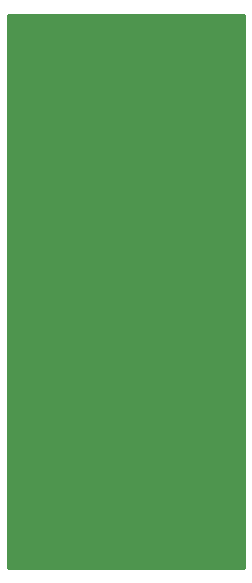
<source format=gm1>
G04 #@! TF.FileFunction,Profile,NP*
%FSLAX46Y46*%
G04 Gerber Fmt 4.6, Leading zero omitted, Abs format (unit mm)*
G04 Created by KiCad (PCBNEW 4.0.4-stable) date 12/05/16 22:10:46*
%MOMM*%
%LPD*%
G01*
G04 APERTURE LIST*
%ADD10C,0.150000*%
%ADD11C,0.254000*%
G04 APERTURE END LIST*
D10*
D11*
G36*
X20173000Y-46873000D02*
X127000Y-46873000D01*
X127000Y-127000D01*
X20173000Y-127000D01*
X20173000Y-46873000D01*
X20173000Y-46873000D01*
G37*
X20173000Y-46873000D02*
X127000Y-46873000D01*
X127000Y-127000D01*
X20173000Y-127000D01*
X20173000Y-46873000D01*
M02*

</source>
